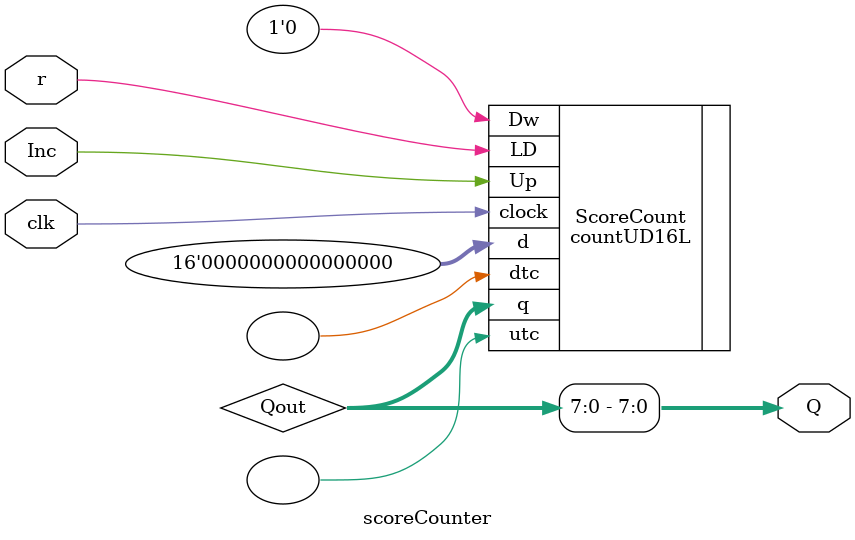
<source format=v>
`timescale 1ns / 1ps


module scoreCounter(
    input clk,
    input Inc,
    input r,
    output [7:0] Q
    );
    wire [15:0] Qout;
    countUD16L ScoreCount (.clock(clk), .Up(Inc), . Dw(1'b0) , .LD(r) , .d(16'h0000), .q(Qout), .utc(), .dtc());
    assign Q [7:0] = Qout [7:0];
endmodule

</source>
